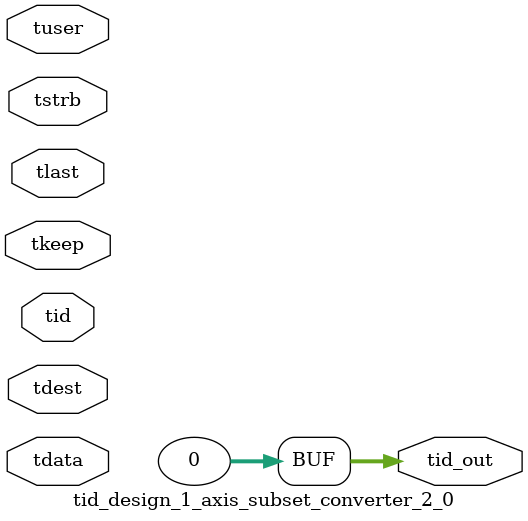
<source format=v>


`timescale 1ps/1ps

module tid_design_1_axis_subset_converter_2_0 #
(
parameter C_S_AXIS_TID_WIDTH   = 1,
parameter C_S_AXIS_TUSER_WIDTH = 0,
parameter C_S_AXIS_TDATA_WIDTH = 0,
parameter C_S_AXIS_TDEST_WIDTH = 0,
parameter C_M_AXIS_TID_WIDTH   = 32
)
(
input  [(C_S_AXIS_TID_WIDTH   == 0 ? 1 : C_S_AXIS_TID_WIDTH)-1:0       ] tid,
input  [(C_S_AXIS_TDATA_WIDTH == 0 ? 1 : C_S_AXIS_TDATA_WIDTH)-1:0     ] tdata,
input  [(C_S_AXIS_TUSER_WIDTH == 0 ? 1 : C_S_AXIS_TUSER_WIDTH)-1:0     ] tuser,
input  [(C_S_AXIS_TDEST_WIDTH == 0 ? 1 : C_S_AXIS_TDEST_WIDTH)-1:0     ] tdest,
input  [(C_S_AXIS_TDATA_WIDTH/8)-1:0 ] tkeep,
input  [(C_S_AXIS_TDATA_WIDTH/8)-1:0 ] tstrb,
input                                                                    tlast,
output [(C_M_AXIS_TID_WIDTH   == 0 ? 1 : C_M_AXIS_TID_WIDTH)-1:0       ] tid_out
);

assign tid_out = {1'b0};

endmodule


</source>
